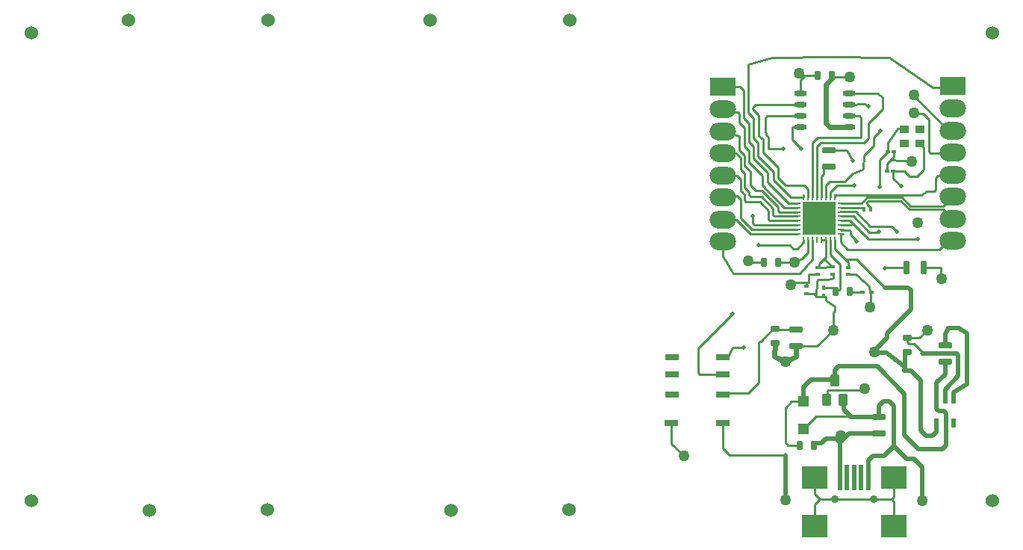
<source format=gtl>
G04*
G04 #@! TF.GenerationSoftware,Altium Limited,Altium Designer,20.2.3 (150)*
G04*
G04 Layer_Physical_Order=1*
G04 Layer_Color=255*
%FSLAX44Y44*%
%MOMM*%
G71*
G04*
G04 #@! TF.SameCoordinates,5AD93C74-63FB-45D8-B8F2-FB33F07F8B26*
G04*
G04*
G04 #@! TF.FilePolarity,Positive*
G04*
G01*
G75*
%ADD10C,0.2500*%
%ADD11C,0.6000*%
%ADD12C,0.2540*%
%ADD17R,1.2000X1.2000*%
G04:AMPARAMS|DCode=18|XSize=1mm|YSize=1.4mm|CornerRadius=0.125mm|HoleSize=0mm|Usage=FLASHONLY|Rotation=0.000|XOffset=0mm|YOffset=0mm|HoleType=Round|Shape=RoundedRectangle|*
%AMROUNDEDRECTD18*
21,1,1.0000,1.1500,0,0,0.0*
21,1,0.7500,1.4000,0,0,0.0*
1,1,0.2500,0.3750,-0.5750*
1,1,0.2500,-0.3750,-0.5750*
1,1,0.2500,-0.3750,0.5750*
1,1,0.2500,0.3750,0.5750*
%
%ADD18ROUNDEDRECTD18*%
G04:AMPARAMS|DCode=19|XSize=0.7mm|YSize=1.5mm|CornerRadius=0.0875mm|HoleSize=0mm|Usage=FLASHONLY|Rotation=270.000|XOffset=0mm|YOffset=0mm|HoleType=Round|Shape=RoundedRectangle|*
%AMROUNDEDRECTD19*
21,1,0.7000,1.3250,0,0,270.0*
21,1,0.5250,1.5000,0,0,270.0*
1,1,0.1750,-0.6625,-0.2625*
1,1,0.1750,-0.6625,0.2625*
1,1,0.1750,0.6625,0.2625*
1,1,0.1750,0.6625,-0.2625*
%
%ADD19ROUNDEDRECTD19*%
%ADD20R,0.5000X3.0000*%
G04:AMPARAMS|DCode=21|XSize=0.6mm|YSize=1mm|CornerRadius=0.105mm|HoleSize=0mm|Usage=FLASHONLY|Rotation=180.000|XOffset=0mm|YOffset=0mm|HoleType=Round|Shape=RoundedRectangle|*
%AMROUNDEDRECTD21*
21,1,0.6000,0.7900,0,0,180.0*
21,1,0.3900,1.0000,0,0,180.0*
1,1,0.2100,-0.1950,0.3950*
1,1,0.2100,0.1950,0.3950*
1,1,0.2100,0.1950,-0.3950*
1,1,0.2100,-0.1950,-0.3950*
%
%ADD21ROUNDEDRECTD21*%
%ADD22R,3.7000X3.7000*%
%ADD23R,0.6000X0.3000*%
%ADD24R,0.3000X0.6000*%
%ADD25R,1.6500X0.8000*%
%ADD26R,0.5000X0.4400*%
G04:AMPARAMS|DCode=27|XSize=0.6mm|YSize=1mm|CornerRadius=0.105mm|HoleSize=0mm|Usage=FLASHONLY|Rotation=90.000|XOffset=0mm|YOffset=0mm|HoleType=Round|Shape=RoundedRectangle|*
%AMROUNDEDRECTD27*
21,1,0.6000,0.7900,0,0,90.0*
21,1,0.3900,1.0000,0,0,90.0*
1,1,0.2100,0.3950,0.1950*
1,1,0.2100,0.3950,-0.1950*
1,1,0.2100,-0.3950,-0.1950*
1,1,0.2100,-0.3950,0.1950*
%
%ADD27ROUNDEDRECTD27*%
%ADD28R,0.6000X1.0500*%
G04:AMPARAMS|DCode=29|XSize=0.7mm|YSize=1.5mm|CornerRadius=0.0875mm|HoleSize=0mm|Usage=FLASHONLY|Rotation=0.000|XOffset=0mm|YOffset=0mm|HoleType=Round|Shape=RoundedRectangle|*
%AMROUNDEDRECTD29*
21,1,0.7000,1.3250,0,0,0.0*
21,1,0.5250,1.5000,0,0,0.0*
1,1,0.1750,0.2625,-0.6625*
1,1,0.1750,-0.2625,-0.6625*
1,1,0.1750,-0.2625,0.6625*
1,1,0.1750,0.2625,0.6625*
%
%ADD29ROUNDEDRECTD29*%
%ADD30O,1.4500X0.6000*%
%ADD31R,0.4400X0.5000*%
%ADD32R,1.0000X0.9000*%
%ADD33O,0.8000X0.2500*%
%ADD34O,0.2500X0.8000*%
%ADD55C,0.9000*%
%ADD61R,3.0000X2.5000*%
%ADD62C,0.2484*%
%ADD63C,0.2331*%
%ADD64C,0.5000*%
%ADD65C,1.5240*%
%ADD66O,3.0000X2.0000*%
%ADD67R,3.0000X2.0000*%
%ADD68C,1.2700*%
%ADD69C,0.5000*%
D10*
X954535Y165616D02*
X953760Y164840D01*
X954535Y165616D02*
Y174536D01*
X956000Y176000D02*
X954535Y174536D01*
X997000Y177000D02*
X996000Y176000D01*
X956000D01*
X962100Y292000D02*
X951000D01*
X964260Y289840D02*
X962100Y292000D01*
X964260Y287840D02*
Y289840D01*
X837420Y172000D02*
X836260Y170840D01*
X865000Y172000D02*
X837420D01*
X879420Y231000D02*
X878464D01*
X877000Y229536D01*
Y184000D02*
Y229536D01*
Y184000D02*
X865000Y172000D01*
X895260Y244840D02*
X893260D01*
X879420Y231000D01*
X919000Y244500D02*
X918830Y244670D01*
X897168D01*
X896998Y244500D01*
X1092260Y345240D02*
X1082020Y335000D01*
X1097260Y345240D02*
X1092260D01*
X1082020Y335000D02*
X978000D01*
X969760Y343240D02*
Y352590D01*
X978000Y335000D02*
X969760Y343240D01*
X953010Y345840D02*
X948010D01*
X1053000Y509000D02*
Y510000D01*
X987160Y306840D02*
X978260D01*
X980260Y530840D02*
X961260D01*
X960260Y531840D01*
X931000Y293000D02*
Y297840D01*
X1002000Y293000D02*
X987160Y306840D01*
X1002000Y290000D02*
Y293000D01*
X1003750Y288250D02*
X1002000Y290000D01*
X1004130Y270710D02*
X1003260Y269840D01*
X1004130Y270710D02*
Y286130D01*
X1005000Y287000D02*
X1004130Y286130D01*
X1054100Y488900D02*
X1053000Y490000D01*
X1056619Y486956D02*
X1056369D01*
X1097130Y444245D02*
X1092260Y445240D01*
X1070000Y482000D02*
X1063100Y488900D01*
X1054100D01*
X1053000Y490000D01*
X1071464Y444000D02*
X1070000Y445465D01*
X1097130Y444245D02*
X1071464Y444000D01*
X1097260Y445240D02*
X1097130Y444245D01*
X1070000Y445465D02*
Y482000D01*
X1056369Y486956D02*
X1055956Y486544D01*
X1092160Y469840D02*
X1053000Y509000D01*
X1097260Y469840D02*
X1092160D01*
X961260Y243840D02*
X943170Y225750D01*
X919000D01*
X981260Y145840D02*
X941840D01*
X927500Y131500D01*
Y163000D02*
X914500D01*
X907250Y116000D02*
Y155750D01*
X914500Y163000D02*
X907250Y155750D01*
X910250Y113000D02*
X907250Y116000D01*
X923750Y113000D02*
X910250D01*
X929494Y531840D02*
X928030Y530376D01*
Y530339D02*
Y530376D01*
X924760Y511640D02*
Y527069D01*
X944260Y531840D02*
X929494D01*
X929031D01*
X928030Y530339D02*
X924760Y527069D01*
X929031Y531840D02*
X922260Y534840D01*
D11*
X907260Y207840D02*
X895000Y214000D01*
X919000D02*
X907260Y207840D01*
X919000Y214000D02*
Y225750D01*
X960260Y528840D02*
X953260Y521840D01*
X957560Y473540D02*
X953260Y477840D01*
X979260Y473540D02*
X957560D01*
X953260Y477840D02*
Y521840D01*
X895255Y228533D02*
X895000Y214000D01*
X895260Y228840D02*
X895255Y228533D01*
D12*
X1025260Y552840D02*
X961000Y553000D01*
X1077260Y402328D02*
Y415840D01*
X1080260Y418840D02*
X1077260Y415840D01*
X1067260Y400840D02*
X1061260Y396840D01*
X975260Y396840D02*
X963030D01*
X1096260Y418840D02*
X1080260D01*
X1097260Y419840D02*
X1096260Y418840D01*
X1075772Y400840D02*
X1067260D01*
X963020Y393930D02*
Y396410D01*
X1077260Y402328D02*
X1075772Y400840D01*
X963040Y396430D02*
X963020Y396410D01*
X980510Y367590D02*
X969760D01*
X983260Y364840D02*
X980510Y367590D01*
X981010Y362590D02*
X969760D01*
X983260Y364840D02*
X981010Y362590D01*
X912260Y339840D02*
X877260D01*
X953010Y326590D02*
Y345840D01*
X952748Y281328D02*
X942260D01*
X997260Y499840D02*
X979260Y498940D01*
X994260Y425840D02*
X983772Y420840D01*
X996260Y441840D02*
X995748Y427328D01*
X994260Y425840D01*
X1007260Y452840D02*
X996260Y441840D01*
X1007260Y452840D02*
Y461840D01*
X1015260Y469840D02*
X1007260Y461840D01*
X1001260Y497840D02*
X997260Y499840D01*
X996260Y455840D02*
X947260D01*
X1001260Y460840D02*
X996260Y455840D01*
X1001260Y460840D02*
Y477840D01*
X993260Y483840D02*
X990860Y486240D01*
X993260Y462328D02*
X992772Y461840D01*
X990860Y486240D02*
X979260D01*
X993260Y462328D02*
Y483840D01*
X1017260Y493840D02*
X1001260Y477840D01*
X992772Y461840D02*
X944260D01*
X1023660Y445840D02*
X1023360D01*
X1014260Y405840D02*
Y436440D01*
X1022430Y444610D02*
X1014260Y436440D01*
X1023360Y445840D02*
X1022430Y444910D01*
Y444610D02*
Y444910D01*
X1033270Y355430D02*
X1027270Y361430D01*
X1003270D01*
X987270Y377680D02*
X969520D01*
X1003270Y361430D02*
X987270Y377680D01*
X1012270Y354430D02*
X1002270D01*
X1013270Y355430D02*
X1012270Y354430D01*
X984520Y372680D02*
X969770D01*
X1002270Y354430D02*
X984520Y372680D01*
X1001260Y346840D02*
X983260Y364840D01*
X1057260Y346840D02*
X1001260D01*
X847260Y223840D02*
X842260Y213840D01*
X860260Y223840D02*
X847260D01*
X836260Y193840D02*
X834260D01*
X809748Y193840D01*
X808260Y195328D01*
Y222840D01*
X847260Y261840D02*
X808260Y222840D01*
X792260Y100840D02*
X778260Y114840D01*
Y138840D01*
X836510Y109590D02*
Y138840D01*
X844260Y101840D02*
X836510Y109590D01*
X907260Y101840D02*
X844260D01*
X855260Y463840D02*
X836260Y468840D01*
X1097260Y345240D02*
X1094860Y342840D01*
X896990Y227110D02*
X895260Y228840D01*
X926260Y324840D02*
X917260Y320840D01*
X899260D01*
X933010Y331590D02*
X926260Y324840D01*
X933010Y331590D02*
Y345840D01*
X916260Y335840D02*
X912260Y339840D01*
X928010Y343130D02*
Y345840D01*
Y343130D02*
X920720Y335840D01*
X916260D01*
X916260Y297840D02*
X913260Y294840D01*
X933490Y297840D02*
X933260Y298070D01*
Y306840D01*
X944260D02*
X933260D01*
X944260Y306840D02*
X944260Y306840D01*
X960260Y528840D02*
Y530840D01*
X943260Y299352D02*
X942260Y281328D01*
X955772Y300840D02*
X944748D01*
X943260Y299352D01*
X961260Y302328D02*
Y306840D01*
Y302328D02*
X955772Y300840D01*
X961000Y315000D02*
X945260Y314840D01*
Y318840D01*
X953010Y326590D02*
X945260Y318840D01*
X961000Y315000D02*
X951260Y323840D01*
X962960Y270540D02*
X953260Y277440D01*
X962960Y265840D02*
Y270540D01*
X961260Y243840D02*
Y264140D01*
X962960Y265840D02*
X961260Y264140D01*
X1003260Y269840D02*
X1002560Y272540D01*
X981560Y286840D02*
X980410Y287990D01*
X995000Y287000D02*
X981560Y286840D01*
X978260Y320840D02*
X975260Y323840D01*
X978260Y314840D02*
Y320840D01*
X883260Y320840D02*
X866260D01*
X865260Y321840D01*
X1008260Y218840D02*
Y220840D01*
X963010Y336090D02*
Y345840D01*
X975260Y323840D02*
X963010Y336090D01*
X988260Y323840D02*
X975260D01*
X1020260Y291840D02*
X988260Y323840D01*
X1083260Y314840D02*
X1063760D01*
X1084260Y301840D02*
X1083260Y314840D01*
X1045010D02*
X1021260D01*
X1020260Y313840D01*
X979782Y357180D02*
X969770D01*
X981270Y355692D02*
X979782Y357180D01*
X981270Y351798D02*
Y355692D01*
X988270Y344798D02*
X981270Y351798D01*
X988270Y344430D02*
Y344798D01*
X1038260Y406840D02*
X1029560Y415540D01*
Y423840D01*
X1064260Y449840D02*
X1059750Y455500D01*
X1064260Y425840D02*
Y449840D01*
Y425840D02*
X1056260Y417840D01*
X1048260D01*
X1042260Y423840D02*
X1029560D01*
X1048260Y417840D02*
X1042260Y423840D01*
X1023660Y445840D02*
Y456240D01*
X1029250Y464750D02*
X1023660Y456240D01*
X1034750Y471750D02*
X1029250Y464750D01*
X1043760Y471840D02*
X1034750Y471750D01*
X1026610Y436190D02*
X1022960Y432540D01*
X1030260Y439840D02*
X1026610Y436190D01*
X1050260Y434840D02*
X1026610Y436190D01*
X1022960Y423840D02*
Y432540D01*
X1030260Y439840D02*
Y445840D01*
X1011510Y511840D02*
X992910D01*
X990460Y511640D01*
X1017260Y507840D02*
X1011510Y511840D01*
X1017260Y493840D02*
Y507840D01*
X943010Y394340D02*
Y451590D01*
X947260Y455840D02*
X943010Y451590D01*
X948010Y394340D02*
Y417590D01*
X956260Y428590D02*
X953135D01*
X950905Y426360D01*
Y420485D02*
Y426360D01*
Y420485D02*
X948010Y417590D01*
X976760Y447340D02*
X956260D01*
X983260Y435840D02*
X976760Y447340D01*
X925260Y448840D02*
X914748Y459352D01*
X924760Y473540D02*
X914748D01*
Y459352D02*
Y473540D01*
X888260Y449328D02*
Y461840D01*
X888748Y448840D02*
X888260Y449328D01*
X905260Y448840D02*
X888748D01*
X885260Y464840D02*
Y466840D01*
X888260Y461840D02*
X885260Y464840D01*
Y466840D02*
X884260Y467840D01*
Y483840D01*
X924760Y486240D02*
X886660D01*
X884260Y483840D01*
X990460Y511640D02*
X979260D01*
X938010Y394340D02*
Y455590D01*
X944260Y461840D02*
X938010Y455590D01*
X933010Y394340D02*
Y403090D01*
X928260Y407840D01*
X907260D02*
X899260Y415840D01*
X928260Y407840D02*
X907260D01*
X899260Y415840D02*
Y427840D01*
X882260Y444840D01*
X880772Y460840D02*
X880260D01*
X882260Y459352D02*
X880772Y460840D01*
X882260Y444840D02*
Y459352D01*
X880260Y460840D02*
X877260Y463840D01*
X873360Y498940D02*
X870312Y495892D01*
Y493788D02*
Y495892D01*
X877260Y486840D02*
X870312Y493788D01*
X877260Y463840D02*
Y486840D01*
X924760Y498940D02*
X873360D01*
X1061260Y396840D02*
X979260D01*
X975260Y396840D01*
X836260Y326840D02*
Y344240D01*
X848260Y307840D02*
X836260Y326840D01*
X938010Y323590D02*
X923260Y307840D01*
X848260D01*
X938010Y323590D02*
Y345840D01*
X1097260Y520640D02*
X1095460Y518840D01*
X1074260D01*
X865260Y489840D02*
Y544840D01*
X871260Y460840D02*
Y483840D01*
X865260Y489840D01*
X876260Y440840D02*
Y455840D01*
X871260Y460840D01*
X894260Y413840D02*
Y422840D01*
X876260Y440840D01*
X928010Y394340D02*
X913760D01*
X894260Y413840D01*
X855460Y519640D02*
X836260D01*
X860260Y483840D02*
Y514840D01*
X855460Y519640D01*
X866260Y456840D02*
Y477840D01*
X860260Y483840D01*
X871260Y437840D02*
Y451840D01*
X866260Y456840D01*
X887260Y410840D02*
Y421840D01*
X871260Y437840D01*
X910510Y387590D02*
X887260Y410840D01*
X921260Y387590D02*
X910510D01*
X853201Y490899D02*
X839601D01*
X855260Y488840D02*
X853201Y490899D01*
X855260Y478840D02*
Y488840D01*
X861260Y451840D02*
Y472840D01*
X855260Y478840D01*
X866260Y446840D02*
X861260Y451840D01*
X866260Y433840D02*
Y446840D01*
X881260Y418840D02*
X866260Y433840D01*
X881260Y407340D02*
Y418840D01*
X906010Y382590D02*
X881260Y407340D01*
X921260Y382590D02*
X906010D01*
X855260Y447840D02*
Y463840D01*
X861260Y429840D02*
Y441840D01*
X855260Y447840D01*
X867260Y407840D02*
Y423840D01*
X861260Y429840D01*
X880260Y401840D02*
X873260D01*
X867260Y407840D01*
X921260Y377590D02*
X900748D01*
X899260Y379078D01*
Y382840D01*
X880260Y401840D01*
X850860Y444240D02*
X836260D01*
X856260Y438840D02*
X850860Y444240D01*
X856260Y425840D02*
Y438840D01*
X861260Y420840D02*
X856260Y425840D01*
X861260Y404840D02*
Y420840D01*
X866260Y399840D02*
X861260Y404840D01*
X866260Y396840D02*
Y399840D01*
X868260Y394840D02*
X866260Y396840D01*
X880260Y394840D02*
X868260D01*
X921260Y372590D02*
X894748D01*
X893260Y374078D01*
Y381840D01*
X880260Y394840D01*
X858260Y399840D02*
X857748D01*
X856260Y401328D01*
Y414840D01*
X852260Y418840D01*
X861260Y396840D02*
X858260Y399840D01*
X862748Y388840D02*
X861260Y390328D01*
Y396840D01*
X852260Y418840D02*
X846260D01*
X878260Y388840D02*
X862748D01*
X921260Y367590D02*
X889748D01*
X888260Y369078D01*
Y378840D01*
X878260Y388840D01*
X870260Y364840D02*
Y372840D01*
X921260Y362590D02*
X872510D01*
X870260Y364840D01*
X852260Y395840D02*
X834260D01*
X856260Y391840D02*
X852260Y395840D01*
X856260Y370840D02*
Y391840D01*
X869510Y357590D02*
X856260Y370840D01*
X921260Y357590D02*
X869510D01*
X921260Y352590D02*
X867510D01*
X851260Y368840D02*
X836260D01*
X867510Y352590D02*
X851260Y368840D01*
X980410Y287990D02*
X980260Y287840D01*
X995000Y287000D02*
X994110Y286990D01*
X940260Y21840D02*
Y45840D01*
X946260Y51840D02*
X940260Y45840D01*
X1030260Y48840D02*
X1027260Y51840D01*
X1030260Y21840D02*
Y48840D01*
X1027260Y51840D02*
X1007260D01*
X1030260Y54840D02*
X1027260Y51840D01*
X1030260Y54840D02*
Y76840D01*
X940260Y57840D02*
Y76840D01*
X946260Y51840D02*
X940260Y57840D01*
X963260Y51840D02*
X946260D01*
X940260Y21840D02*
Y28840D01*
X1007260Y51840D02*
X963260D01*
X1030260Y76840D02*
X1024260Y70840D01*
X963031Y186168D02*
X959530Y187360D01*
X963260Y186090D02*
X963031Y186168D01*
X1103260Y215352D02*
X1101772Y216840D01*
X1013260Y126840D02*
X1011030Y124610D01*
X973010Y161840D02*
X972760Y164840D01*
X963260Y186090D02*
Y186840D01*
X1068260Y243840D02*
X1059260Y234840D01*
X1045260D01*
X1062260Y216840D02*
Y218740D01*
X1053000Y228000D01*
X1046748D02*
X1045260Y229488D01*
Y234840D01*
X1053000Y228000D02*
X1046748D01*
X933490Y297840D02*
X931000D01*
X916260D01*
X942260Y281328D02*
X939932Y285000D01*
X931000D01*
X895572Y228215D02*
X895255Y228533D01*
X895197Y228590D01*
X953260Y277440D02*
Y281840D01*
X952748Y281328D01*
X958020Y393930D02*
Y400244D01*
X953010Y394340D02*
Y407590D01*
X957260Y411840D02*
X953010Y407590D01*
X983772Y420840D02*
X976260Y413328D01*
X974772Y411840D01*
X957260D01*
X985250Y407750D02*
X965526D01*
X958020Y400244D01*
X972470Y352590D02*
X969760D01*
X892260Y552840D02*
X865260Y544840D01*
X1074260Y518840D02*
X1025260Y552840D01*
X961000Y553000D02*
X892260Y552840D01*
X928010Y394340D02*
Y397050D01*
X922260Y534840D02*
X921220Y533800D01*
X925010Y531590D02*
X924760Y531340D01*
X926766Y534840D02*
X922260D01*
D17*
X927500Y131500D02*
D03*
Y163000D02*
D03*
D18*
X963260Y186840D02*
D03*
X953760Y164840D02*
D03*
X972760Y164840D02*
D03*
D19*
X1013260Y145590D02*
D03*
Y126840D02*
D03*
X919000Y225750D02*
D03*
Y244500D02*
D03*
X956260Y447340D02*
D03*
Y428590D02*
D03*
X1088260Y208090D02*
D03*
Y226840D02*
D03*
D20*
X969260Y76840D02*
D03*
X977260D02*
D03*
X985260D02*
D03*
X993260D02*
D03*
X1001260D02*
D03*
D21*
X939750Y113000D02*
D03*
X923750D02*
D03*
X883260Y320840D02*
D03*
X899260D02*
D03*
X964260Y287840D02*
D03*
X980260D02*
D03*
X944260Y531840D02*
D03*
X960260D02*
D03*
D22*
X945510Y370090D02*
D03*
D23*
X931000Y285000D02*
D03*
Y293000D02*
D03*
X978260Y306840D02*
D03*
Y314840D02*
D03*
X961000Y307000D02*
D03*
Y315000D02*
D03*
X944260Y306840D02*
D03*
Y314840D02*
D03*
D24*
X1004260Y380840D02*
D03*
X996260D02*
D03*
D25*
X778260Y138840D02*
D03*
X778522Y170832D02*
D03*
Y193832D02*
D03*
Y212832D02*
D03*
X836510Y213090D02*
D03*
X836260Y193840D02*
D03*
Y170840D02*
D03*
X836510Y138840D02*
D03*
D26*
X1023660Y445840D02*
D03*
X1030260D02*
D03*
X1029560Y423840D02*
D03*
X1022960D02*
D03*
X995000Y287000D02*
D03*
X1005000D02*
D03*
D27*
X895260Y244840D02*
D03*
Y228840D02*
D03*
X1045260Y218840D02*
D03*
Y234840D02*
D03*
D28*
X1078760Y165590D02*
D03*
X1088260D02*
D03*
X1097760D02*
D03*
Y138090D02*
D03*
X1078760D02*
D03*
D29*
X1063760Y314840D02*
D03*
X1045010D02*
D03*
D30*
X924760Y473540D02*
D03*
Y486240D02*
D03*
Y498940D02*
D03*
Y511640D02*
D03*
X979260Y473540D02*
D03*
Y486240D02*
D03*
Y498940D02*
D03*
Y511640D02*
D03*
D31*
X951000Y292000D02*
D03*
Y282000D02*
D03*
D32*
X1041750Y455500D02*
D03*
X1059750D02*
D03*
X1042000Y471500D02*
D03*
X1059750D02*
D03*
D33*
X969760Y352590D02*
D03*
Y357590D02*
D03*
Y362590D02*
D03*
Y367590D02*
D03*
Y372590D02*
D03*
Y377590D02*
D03*
Y382590D02*
D03*
Y387590D02*
D03*
X921260D02*
D03*
Y382590D02*
D03*
Y377590D02*
D03*
Y372590D02*
D03*
Y367590D02*
D03*
Y362590D02*
D03*
Y357590D02*
D03*
Y352590D02*
D03*
D34*
X963010Y394340D02*
D03*
X958010D02*
D03*
X953010D02*
D03*
X948010D02*
D03*
X943010D02*
D03*
X938010D02*
D03*
X933010D02*
D03*
X928010D02*
D03*
Y345840D02*
D03*
X933010D02*
D03*
X938010D02*
D03*
X943010D02*
D03*
X948010D02*
D03*
X953010D02*
D03*
X958010D02*
D03*
X963010D02*
D03*
D55*
X963260Y51840D02*
D03*
X1007260D02*
D03*
D61*
X940260Y76840D02*
D03*
Y21840D02*
D03*
X1030260D02*
D03*
Y76840D02*
D03*
D62*
X1097260Y369840D02*
X1096773D01*
X1098724D02*
X1097260D01*
X1049122Y384307D02*
X1039601Y393828D01*
X999809D01*
X1038137Y390294D02*
X1001273D01*
X1004260Y380840D02*
Y382340D01*
X1085840Y384307D02*
X1049122D01*
X999809Y393828D02*
X993571Y387590D01*
X969760D01*
X1096773Y369840D02*
X1085840Y380773D01*
X1096773Y395240D02*
X1085840Y384307D01*
X1085840Y380773D02*
X1047658D01*
X1038137Y390294D01*
X1001273D02*
X999818Y388840D01*
Y386782D02*
Y388840D01*
X1004260Y382340D02*
X999818Y386782D01*
X1097260Y395240D02*
X1096773D01*
X996260Y380840D02*
X994510Y382590D01*
X969760D01*
D63*
X965260Y288840D02*
X964260Y287840D01*
X968260Y288840D02*
X965260D01*
X969260Y289840D02*
X968260Y288840D01*
X969260Y289840D02*
Y317840D01*
X958010Y329090D02*
Y345840D01*
X969260Y317840D02*
X958010Y329090D01*
D64*
X1062260Y50340D02*
Y88840D01*
X1049260Y266840D02*
Y288911D01*
X1046331Y291840D01*
X1020260D01*
X1022260Y234840D02*
Y239840D01*
X1049260Y266840D02*
X1022260Y239840D01*
Y234840D02*
X1008260Y220840D01*
X1101772Y216840D02*
X1062260D01*
X1009110Y217990D02*
X1008260Y218840D01*
X1022110Y217990D02*
X1009110D01*
X1043260Y201840D02*
X1022110Y217990D01*
X965260Y120840D02*
X953260D01*
X969260Y76840D02*
Y116840D01*
X1013260Y145590D02*
X981510D01*
X981260Y145840D02*
X973260Y153840D01*
X907260Y48840D02*
Y101840D01*
X1062260Y88840D02*
X1053260Y97840D01*
X1044260D01*
X1030260Y111840D01*
X1081260Y151840D02*
X1078760Y154340D01*
Y165590D01*
X1087260Y151840D02*
X1081260D01*
X1089260Y112840D02*
X1085260Y108840D01*
X1058260D01*
X1042260Y124840D01*
X1089260Y149840D02*
X1087260Y151840D01*
X1042260Y124840D02*
Y171840D01*
X1089260Y112840D02*
Y149840D01*
X1011260Y202840D02*
X967260D01*
X1042260Y171840D02*
X1011260Y202840D01*
X963260Y186840D02*
Y198840D01*
X967260Y202840D02*
X963260Y198840D01*
X1043260Y201840D02*
Y218840D01*
Y201840D02*
X1042260Y197840D01*
X1049260D02*
X1042260D01*
X1060260Y186840D02*
X1049260Y197840D01*
X1060260Y129840D02*
Y186840D01*
X1066260Y123840D02*
X1060260Y129840D01*
X1074260Y123840D02*
X1066260D01*
X1001260Y76840D02*
Y95840D01*
X1019260Y100840D02*
X1006260D01*
X1001260Y95840D01*
X1030260Y111840D02*
Y157840D01*
Y111840D02*
X1019260Y100840D01*
X1030260Y157840D02*
X1025260Y162840D01*
X1018260D01*
X1013260Y157840D01*
Y146590D02*
Y157840D01*
X1103260Y191840D02*
Y215352D01*
Y191840D02*
X1088260Y176840D01*
Y165590D02*
Y176840D01*
X1097760Y165590D02*
Y173340D01*
X1113260Y182840D02*
X1097760Y173340D01*
X1113260Y182840D02*
Y239840D01*
X1104260Y245840D01*
X1092260D02*
X1088260Y238840D01*
X1104260Y245840D02*
X1092260D01*
X1088260Y226840D02*
Y238840D01*
X1078760Y165590D02*
Y184340D01*
X1088260Y193840D02*
Y208090D01*
Y193840D02*
X1078760Y184340D01*
Y128340D02*
Y138090D01*
Y128340D02*
X1074260Y123840D01*
X973260Y153840D02*
X973010Y161840D01*
X969260Y116840D02*
X965260Y120840D01*
X959530Y187360D02*
X935860D01*
X927500Y163000D02*
Y179000D01*
X935860Y187360D02*
X927500Y179000D01*
X1013260Y126840D02*
X979260D01*
X969260Y116840D01*
X940250Y115500D02*
X939750Y113000D01*
X953260Y120840D02*
X947920Y115500D01*
X940250D01*
X939750Y115000D01*
Y113000D02*
Y115000D01*
D65*
X52000Y50000D02*
D03*
Y580000D02*
D03*
X1142000Y580000D02*
D03*
Y50000D02*
D03*
X504000Y595000D02*
D03*
X663000D02*
D03*
X662000Y40000D02*
D03*
X528000Y39000D02*
D03*
X186000D02*
D03*
X320000Y40000D02*
D03*
X321000Y595000D02*
D03*
X162000D02*
D03*
D66*
X1097260Y469840D02*
D03*
Y495240D02*
D03*
Y419840D02*
D03*
Y445240D02*
D03*
Y369840D02*
D03*
Y395240D02*
D03*
Y345240D02*
D03*
X836260Y468840D02*
D03*
Y494240D02*
D03*
Y418840D02*
D03*
Y444240D02*
D03*
Y368840D02*
D03*
Y394240D02*
D03*
Y344240D02*
D03*
D67*
X1097260Y520640D02*
D03*
X836260Y519640D02*
D03*
D68*
X997000Y177000D02*
D03*
X1008260Y218840D02*
D03*
X1053000Y510000D02*
D03*
X1057000Y365250D02*
D03*
X907260Y50840D02*
D03*
X1062260Y50340D02*
D03*
X917260Y320840D02*
D03*
X913260Y294840D02*
D03*
X922260Y534840D02*
D03*
X792260Y100840D02*
D03*
X970260Y123840D02*
D03*
X907260Y207840D02*
D03*
X1068260Y243840D02*
D03*
X980260Y530840D02*
D03*
X961260Y243840D02*
D03*
X1003260Y269840D02*
D03*
X865260Y321840D02*
D03*
X1084260Y301840D02*
D03*
X1050260Y434840D02*
D03*
X1053000Y490000D02*
D03*
D69*
X934510Y381090D02*
D03*
Y370090D02*
D03*
Y359090D02*
D03*
X945510Y381090D02*
D03*
Y370090D02*
D03*
Y359090D02*
D03*
X956510Y381090D02*
D03*
Y370090D02*
D03*
Y359090D02*
D03*
X1001260Y497840D02*
D03*
X1033270Y355430D02*
D03*
X1013270D02*
D03*
X860260Y223840D02*
D03*
X847260Y261840D02*
D03*
X877260Y339840D02*
D03*
X1020260Y291840D02*
D03*
Y313840D02*
D03*
X1057260Y346840D02*
D03*
X988270Y344430D02*
D03*
X1014260Y405840D02*
D03*
X983260Y435840D02*
D03*
X1015260Y469840D02*
D03*
X1038260Y406840D02*
D03*
X925260Y448840D02*
D03*
X905260D02*
D03*
X870260Y372840D02*
D03*
X985250Y407750D02*
D03*
M02*

</source>
